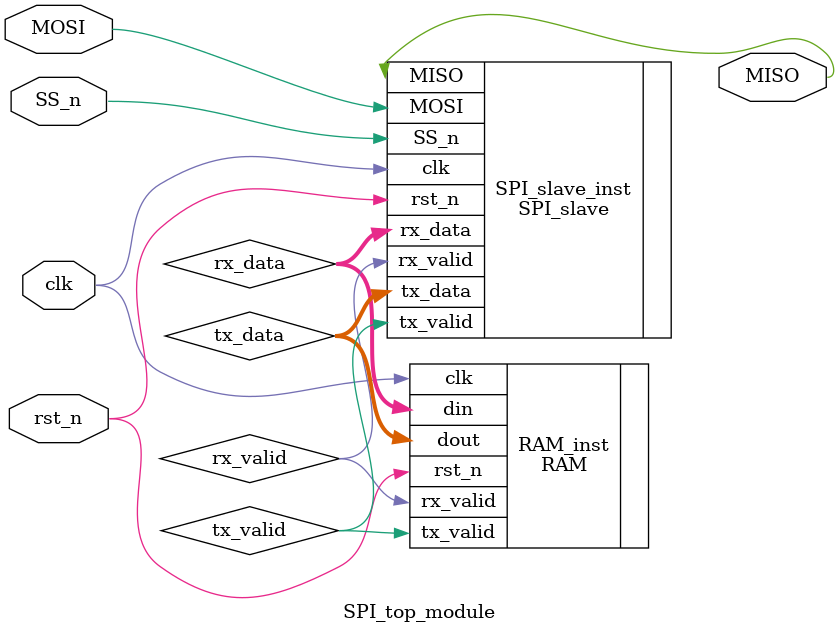
<source format=v>
module SPI_top_module(clk, rst_n, SS_n, MOSI, MISO);

    parameter MEM_DEPTH = 256;
    parameter ADDR_SIZE = 8;
    input clk, rst_n, SS_n, MOSI;
    output MISO;
    wire [9:0] rx_data;
    wire [7:0] tx_data;
    wire rx_valid, tx_valid;

    // SPI slave module
    SPI_slave SPI_slave_inst (
        .clk(clk),
        .rst_n(rst_n),
        .SS_n(SS_n),
        .MOSI(MOSI),
        .tx_data(tx_data),
        .tx_valid(tx_valid),
        .MISO(MISO),
        .rx_data(rx_data),
        .rx_valid(rx_valid)                                                 
    );

    // Single Port RAM module
    RAM #(
        .MEM_DEPTH(MEM_DEPTH),
        .ADDR_SIZE(ADDR_SIZE)
    ) RAM_inst (
        .clk(clk),
        .rst_n(rst_n),
        .din(rx_data),
        .rx_valid(rx_valid),
        .dout(tx_data),
        .tx_valid(tx_valid)
    );

endmodule
</source>
